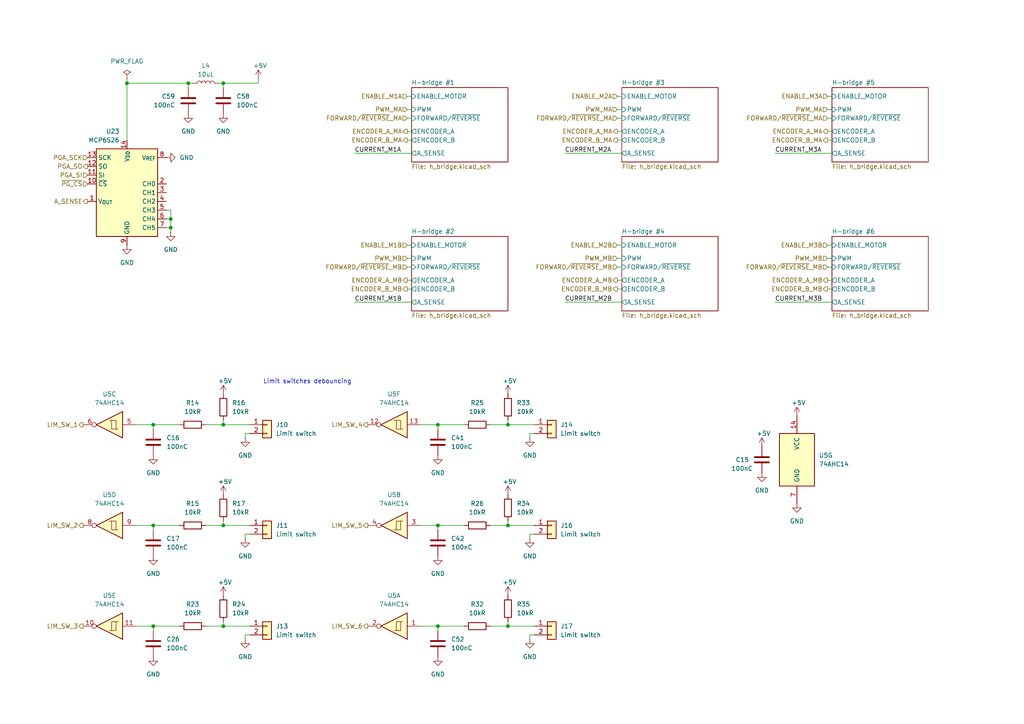
<source format=kicad_sch>
(kicad_sch (version 20250114) (generator "eeschema") (generator_version "9.0")
  (paper "A4")
  (lib_symbols
    (symbol "74xx:74HC14" (pin_names (offset 1.016))
      (property "Reference" "U" (at 0 1.27 0))
      (property "Value" "74HC14" (at 0 -1.27 0))
      (symbol "74HC14_1_0"
        (polyline (pts (xy -3.81 3.81) (xy -3.81 -3.81) (xy 3.81 0) (xy -3.81 3.81)) (stroke (width 0.254)) (fill (type background)))
        (pin input line (at -7.62 0 0) (length 3.81) (name "~") (number "1"))
        (pin output inverted (at 7.62 0 180) (length 3.81) (name "~") (number "2"))
      )
      (symbol "74HC14_1_1"
        (polyline (pts (xy -2.54 -1.27) (xy -0.635 -1.27) (xy -0.635 1.27) (xy 0 1.27)))
        (polyline (pts (xy -1.905 -1.27) (xy -1.905 1.27) (xy -0.635 1.27)))
      )
      (symbol "74HC14_2_0"
        (polyline (pts (xy -3.81 3.81) (xy -3.81 -3.81) (xy 3.81 0) (xy -3.81 3.81)) (stroke (width 0.254)) (fill (type background)))
        (pin input line (at -7.62 0 0) (length 3.81) (name "~") (number "3"))
        (pin output inverted (at 7.62 0 180) (length 3.81) (name "~") (number "4"))
      )
      (symbol "74HC14_2_1"
        (polyline (pts (xy -2.54 -1.27) (xy -0.635 -1.27) (xy -0.635 1.27) (xy 0 1.27)))
        (polyline (pts (xy -1.905 -1.27) (xy -1.905 1.27) (xy -0.635 1.27)))
      )
      (symbol "74HC14_3_0"
        (polyline (pts (xy -3.81 3.81) (xy -3.81 -3.81) (xy 3.81 0) (xy -3.81 3.81)) (stroke (width 0.254)) (fill (type background)))
        (pin input line (at -7.62 0 0) (length 3.81) (name "~") (number "5"))
        (pin output inverted (at 7.62 0 180) (length 3.81) (name "~") (number "6"))
      )
      (symbol "74HC14_3_1"
        (polyline (pts (xy -2.54 -1.27) (xy -0.635 -1.27) (xy -0.635 1.27) (xy 0 1.27)))
        (polyline (pts (xy -1.905 -1.27) (xy -1.905 1.27) (xy -0.635 1.27)))
      )
      (symbol "74HC14_4_0"
        (polyline (pts (xy -3.81 3.81) (xy -3.81 -3.81) (xy 3.81 0) (xy -3.81 3.81)) (stroke (width 0.254)) (fill (type background)))
        (pin input line (at -7.62 0 0) (length 3.81) (name "~") (number "9"))
        (pin output inverted (at 7.62 0 180) (length 3.81) (name "~") (number "8"))
      )
      (symbol "74HC14_4_1"
        (polyline (pts (xy -2.54 -1.27) (xy -0.635 -1.27) (xy -0.635 1.27) (xy 0 1.27)))
        (polyline (pts (xy -1.905 -1.27) (xy -1.905 1.27) (xy -0.635 1.27)))
      )
      (symbol "74HC14_5_0"
        (polyline (pts (xy -3.81 3.81) (xy -3.81 -3.81) (xy 3.81 0) (xy -3.81 3.81)) (stroke (width 0.254)) (fill (type background)))
        (pin input line (at -7.62 0 0) (length 3.81) (name "~") (number "11"))
        (pin output inverted (at 7.62 0 180) (length 3.81) (name "~") (number "10"))
      )
      (symbol "74HC14_5_1"
        (polyline (pts (xy -2.54 -1.27) (xy -0.635 -1.27) (xy -0.635 1.27) (xy 0 1.27)))
        (polyline (pts (xy -1.905 -1.27) (xy -1.905 1.27) (xy -0.635 1.27)))
      )
      (symbol "74HC14_6_0"
        (polyline (pts (xy -3.81 3.81) (xy -3.81 -3.81) (xy 3.81 0) (xy -3.81 3.81)) (stroke (width 0.254)) (fill (type background)))
        (pin input line (at -7.62 0 0) (length 3.81) (name "~") (number "13"))
        (pin output inverted (at 7.62 0 180) (length 3.81) (name "~") (number "12"))
      )
      (symbol "74HC14_6_1"
        (polyline (pts (xy -2.54 -1.27) (xy -0.635 -1.27) (xy -0.635 1.27) (xy 0 1.27)))
        (polyline (pts (xy -1.905 -1.27) (xy -1.905 1.27) (xy -0.635 1.27)))
      )
      (symbol "74HC14_7_0"
        (pin power_in line (at 0 12.7 270) (length 5.08) (name "VCC") (number "14"))
        (pin power_in line (at 0 -12.7 90) (length 5.08) (name "GND") (number "7"))
      )
      (symbol "74HC14_7_1"
        (rectangle (start -5.08 7.62) (end 5.08 -7.62) (stroke (width 0.254)) (fill (type background)))
      )
    )
    (symbol "Analog_custom:MCP6S26"
      (property "Reference" "U" (at -8.89 8.89 0))
      (property "Value" "MCP6S26" (at 7.62 8.89 0))
      (symbol "MCP6S26_0_1"
        (rectangle (start -8.89 7.62) (end 8.89 -17.78) (stroke (width 0.254)) (fill (type background)))
      )
      (symbol "MCP6S26_1_1"
        (pin input line (at -11.43 5.08 0) (length 2.54) (name "V_{REF}") (number "8"))
        (pin input line (at -11.43 -2.54 0) (length 2.54) (name "CH0") (number "2"))
        (pin input line (at -11.43 -5.08 0) (length 2.54) (name "CH1") (number "3"))
        (pin input line (at -11.43 -7.62 0) (length 2.54) (name "CH2") (number "4"))
        (pin input line (at -11.43 -10.16 0) (length 2.54) (name "CH3") (number "5"))
        (pin input line (at -11.43 -12.7 0) (length 2.54) (name "CH4") (number "6"))
        (pin input line (at -11.43 -15.24 0) (length 2.54) (name "CH5") (number "7"))
        (pin power_in line (at 0 10.16 270) (length 2.54) (name "V_{DD}") (number "14"))
        (pin power_in line (at 0 -20.32 90) (length 2.54) (name "GND") (number "9"))
        (pin input line (at 11.43 5.08 180) (length 2.54) (name "SCK") (number "13"))
        (pin output line (at 11.43 2.54 180) (length 2.54) (name "SO") (number "12"))
        (pin input line (at 11.43 0 180) (length 2.54) (name "SI") (number "11"))
        (pin input line (at 11.43 -2.54 180) (length 2.54) (name "~{CS}") (number "10"))
        (pin output line (at 11.43 -7.62 180) (length 2.54) (name "V_{OUT}") (number "1"))
      )
    )
    (symbol "Connector_Generic:Conn_01x02" (pin_names (offset 1.016) (hide yes))
      (property "Reference" "J" (at 0 2.54 0))
      (property "Value" "Conn_01x02" (at 0 -5.08 0))
      (symbol "Conn_01x02_1_1"
        (rectangle (start -1.27 1.27) (end 1.27 -3.81) (stroke (width 0.254)) (fill (type background)))
        (rectangle (start -1.27 0.127) (end 0 -0.127) (stroke (width 0.1524)))
        (rectangle (start -1.27 -2.413) (end 0 -2.667) (stroke (width 0.1524)))
        (pin passive line (at -5.08 0 0) (length 3.81) (name "Pin_1") (number "1"))
        (pin passive line (at -5.08 -2.54 0) (length 3.81) (name "Pin_2") (number "2"))
      )
    )
    (symbol "Device:C" (pin_numbers (hide yes)) (pin_names (offset 0.254))
      (property "Reference" "C" (at 0.635 2.54 0))
      (property "Value" "C" (at 0.635 -2.54 0))
      (symbol "C_0_1"
        (polyline (pts (xy -2.032 0.762) (xy 2.032 0.762)) (stroke (width 0.508)))
        (polyline (pts (xy -2.032 -0.762) (xy 2.032 -0.762)) (stroke (width 0.508)))
      )
      (symbol "C_1_1"
        (pin passive line (at 0 3.81 270) (length 2.794) (name "~") (number "1"))
        (pin passive line (at 0 -3.81 90) (length 2.794) (name "~") (number "2"))
      )
    )
    (symbol "Device:L" (pin_numbers (hide yes)) (pin_names (offset 1.016) (hide yes))
      (property "Reference" "L" (at -1.27 0 90))
      (property "Value" "L" (at 1.905 0 90))
      (symbol "L_0_1"
        (arc (start 0 2.54) (mid 0.6323 1.905) (end 0 1.27))
        (arc (start 0 1.27) (mid 0.6323 0.635) (end 0 0))
        (arc (start 0 0) (mid 0.6323 -0.635) (end 0 -1.27))
        (arc (start 0 -1.27) (mid 0.6323 -1.905) (end 0 -2.54))
      )
      (symbol "L_1_1"
        (pin passive line (at 0 3.81 270) (length 1.27) (name "1") (number "1"))
        (pin passive line (at 0 -3.81 90) (length 1.27) (name "2") (number "2"))
      )
    )
    (symbol "Device:R" (pin_numbers (hide yes)) (pin_names (offset 0))
      (property "Reference" "R" (at 2.032 0 90))
      (property "Value" "R" (at 0 0 90))
      (symbol "R_0_1"
        (rectangle (start -1.016 -2.54) (end 1.016 2.54) (stroke (width 0.254)))
      )
      (symbol "R_1_1"
        (pin passive line (at 0 3.81 270) (length 1.27) (name "~") (number "1"))
        (pin passive line (at 0 -3.81 90) (length 1.27) (name "~") (number "2"))
      )
    )
    (symbol "power:+5V" (power) (pin_numbers (hide yes)) (pin_names (offset 0) (hide yes))
      (property "Value" "+5V" (at 0 3.556 0))
      (symbol "+5V_0_1"
        (polyline (pts (xy -0.762 1.27) (xy 0 2.54)))
        (polyline (pts (xy 0 2.54) (xy 0.762 1.27)))
        (polyline (pts (xy 0 0) (xy 0 2.54)))
      )
      (symbol "+5V_1_1"
        (pin power_in line (at 0 0 90) (length 0) (name "~") (number "1"))
      )
    )
    (symbol "power:GND" (power) (pin_numbers (hide yes)) (pin_names (offset 0) (hide yes))
      (property "Value" "GND" (at 0 -3.81 0))
      (symbol "GND_0_1"
        (polyline (pts (xy 0 0) (xy 0 -1.27) (xy 1.27 -1.27) (xy 0 -2.54) (xy -1.27 -1.27) (xy 0 -1.27)))
      )
      (symbol "GND_1_1"
        (pin power_in line (at 0 0 270) (length 0) (name "~") (number "1"))
      )
    )
    (symbol "power:PWR_FLAG" (power) (pin_numbers (hide yes)) (pin_names (offset 0) (hide yes))
      (property "Value" "PWR_FLAG" (at 0 3.81 0))
      (symbol "PWR_FLAG_0_0"
        (pin power_out line (at 0 0 90) (length 0) (name "~") (number "1"))
      )
      (symbol "PWR_FLAG_0_1"
        (polyline (pts (xy 0 0) (xy 0 1.27) (xy -1.016 1.905) (xy 0 2.54) (xy 1.016 1.905) (xy 0 1.27)))
      )
    )
  )
  (text "Limit switches debouncing" (at 89.154 110.744 0) (effects (font (size 1.27 1.27))))
  (junction (at 147.32 123.19))
  (junction (at 54.61 24.13))
  (junction (at 44.45 123.19))
  (junction (at 147.32 181.61))
  (junction (at 49.53 66.04))
  (junction (at 64.77 152.4))
  (junction (at 127 181.61))
  (junction (at 36.83 24.13))
  (junction (at 44.45 181.61))
  (junction (at 64.77 24.13))
  (junction (at 49.53 63.5))
  (junction (at 147.32 152.4))
  (junction (at 127 152.4))
  (junction (at 127 123.19))
  (junction (at 64.77 123.19))
  (junction (at 64.77 181.61))
  (junction (at 44.45 152.4))
  (wire (pts (xy 179.07 74.93) (xy 180.34 74.93)))
  (wire (pts (xy 118.11 31.75) (xy 119.38 31.75)))
  (wire (pts (xy 240.03 34.29) (xy 241.3 34.29)))
  (wire (pts (xy 240.03 31.75) (xy 241.3 31.75)))
  (wire (pts (xy 44.45 181.61) (xy 44.45 182.88)))
  (wire (pts (xy 36.83 24.13) (xy 36.83 40.64)))
  (wire (pts (xy 118.11 38.1) (xy 119.38 38.1)))
  (wire (pts (xy 240.03 40.64) (xy 241.3 40.64)))
  (wire (pts (xy 39.37 181.61) (xy 44.45 181.61)))
  (wire (pts (xy 154.94 181.61) (xy 147.32 181.61)))
  (wire (pts (xy 72.39 154.94) (xy 71.12 154.94)))
  (wire (pts (xy 54.61 24.13) (xy 36.83 24.13)))
  (wire (pts (xy 64.77 123.19) (xy 64.77 121.92)))
  (wire (pts (xy 240.03 71.12) (xy 241.3 71.12)))
  (wire (pts (xy 154.94 152.4) (xy 147.32 152.4)))
  (wire (pts (xy 121.92 181.61) (xy 127 181.61)))
  (wire (pts (xy 118.11 77.47) (xy 119.38 77.47)))
  (wire (pts (xy 179.07 34.29) (xy 180.34 34.29)))
  (wire (pts (xy 72.39 123.19) (xy 64.77 123.19)))
  (wire (pts (xy 240.03 38.1) (xy 241.3 38.1)))
  (wire (pts (xy 127 181.61) (xy 134.62 181.61)))
  (wire (pts (xy 72.39 184.15) (xy 71.12 184.15)))
  (wire (pts (xy 71.12 154.94) (xy 71.12 156.21)))
  (wire (pts (xy 64.77 181.61) (xy 64.77 180.34)))
  (wire (pts (xy 147.32 152.4) (xy 147.32 151.13)))
  (wire (pts (xy 49.53 60.96) (xy 49.53 63.5)))
  (wire (pts (xy 179.07 81.28) (xy 180.34 81.28)))
  (wire (pts (xy 72.39 181.61) (xy 64.77 181.61)))
  (wire (pts (xy 118.11 40.64) (xy 119.38 40.64)))
  (wire (pts (xy 153.67 184.15) (xy 153.67 185.42)))
  (wire (pts (xy 240.03 77.47) (xy 241.3 77.47)))
  (wire (pts (xy 121.92 123.19) (xy 127 123.19)))
  (wire (pts (xy 39.37 123.19) (xy 44.45 123.19)))
  (wire (pts (xy 54.61 24.13) (xy 55.88 24.13)))
  (wire (pts (xy 179.07 77.47) (xy 180.34 77.47)))
  (wire (pts (xy 153.67 125.73) (xy 153.67 127)))
  (wire (pts (xy 118.11 81.28) (xy 119.38 81.28)))
  (wire (pts (xy 59.69 152.4) (xy 64.77 152.4)))
  (wire (pts (xy 49.53 63.5) (xy 49.53 66.04)))
  (wire (pts (xy 142.24 123.19) (xy 147.32 123.19)))
  (wire (pts (xy 74.93 22.86) (xy 74.93 24.13)))
  (wire (pts (xy 39.37 152.4) (xy 44.45 152.4)))
  (wire (pts (xy 64.77 24.13) (xy 64.77 25.4)))
  (wire (pts (xy 240.03 81.28) (xy 241.3 81.28)))
  (wire (pts (xy 240.03 27.94) (xy 241.3 27.94)))
  (wire (pts (xy 72.39 152.4) (xy 64.77 152.4)))
  (wire (pts (xy 163.83 44.45) (xy 180.34 44.45)))
  (wire (pts (xy 59.69 181.61) (xy 64.77 181.61)))
  (wire (pts (xy 48.26 66.04) (xy 49.53 66.04)))
  (wire (pts (xy 179.07 40.64) (xy 180.34 40.64)))
  (wire (pts (xy 36.83 22.86) (xy 36.83 24.13)))
  (wire (pts (xy 154.94 123.19) (xy 147.32 123.19)))
  (wire (pts (xy 121.92 152.4) (xy 127 152.4)))
  (wire (pts (xy 127 123.19) (xy 134.62 123.19)))
  (wire (pts (xy 49.53 66.04) (xy 49.53 67.31)))
  (wire (pts (xy 118.11 34.29) (xy 119.38 34.29)))
  (wire (pts (xy 71.12 184.15) (xy 71.12 185.42)))
  (wire (pts (xy 127 152.4) (xy 134.62 152.4)))
  (wire (pts (xy 154.94 184.15) (xy 153.67 184.15)))
  (wire (pts (xy 118.11 83.82) (xy 119.38 83.82)))
  (wire (pts (xy 240.03 83.82) (xy 241.3 83.82)))
  (wire (pts (xy 63.5 24.13) (xy 64.77 24.13)))
  (wire (pts (xy 179.07 31.75) (xy 180.34 31.75)))
  (wire (pts (xy 102.87 44.45) (xy 119.38 44.45)))
  (wire (pts (xy 72.39 125.73) (xy 71.12 125.73)))
  (wire (pts (xy 44.45 152.4) (xy 44.45 153.67)))
  (wire (pts (xy 224.79 44.45) (xy 241.3 44.45)))
  (wire (pts (xy 127 123.19) (xy 127 124.46)))
  (wire (pts (xy 154.94 125.73) (xy 153.67 125.73)))
  (wire (pts (xy 127 152.4) (xy 127 153.67)))
  (wire (pts (xy 54.61 25.4) (xy 54.61 24.13)))
  (wire (pts (xy 147.32 123.19) (xy 147.32 121.92)))
  (wire (pts (xy 74.93 24.13) (xy 64.77 24.13)))
  (wire (pts (xy 59.69 123.19) (xy 64.77 123.19)))
  (wire (pts (xy 71.12 125.73) (xy 71.12 127)))
  (wire (pts (xy 44.45 123.19) (xy 52.07 123.19)))
  (wire (pts (xy 44.45 152.4) (xy 52.07 152.4)))
  (wire (pts (xy 64.77 152.4) (xy 64.77 151.13)))
  (wire (pts (xy 147.32 181.61) (xy 147.32 180.34)))
  (wire (pts (xy 142.24 152.4) (xy 147.32 152.4)))
  (wire (pts (xy 142.24 181.61) (xy 147.32 181.61)))
  (wire (pts (xy 118.11 71.12) (xy 119.38 71.12)))
  (wire (pts (xy 118.11 74.93) (xy 119.38 74.93)))
  (wire (pts (xy 118.11 27.94) (xy 119.38 27.94)))
  (wire (pts (xy 44.45 123.19) (xy 44.45 124.46)))
  (wire (pts (xy 153.67 154.94) (xy 153.67 156.21)))
  (wire (pts (xy 154.94 154.94) (xy 153.67 154.94)))
  (wire (pts (xy 179.07 71.12) (xy 180.34 71.12)))
  (wire (pts (xy 240.03 74.93) (xy 241.3 74.93)))
  (wire (pts (xy 224.79 87.63) (xy 241.3 87.63)))
  (wire (pts (xy 179.07 27.94) (xy 180.34 27.94)))
  (wire (pts (xy 48.26 60.96) (xy 49.53 60.96)))
  (wire (pts (xy 44.45 181.61) (xy 52.07 181.61)))
  (wire (pts (xy 102.87 87.63) (xy 119.38 87.63)))
  (wire (pts (xy 179.07 83.82) (xy 180.34 83.82)))
  (wire (pts (xy 163.83 87.63) (xy 180.34 87.63)))
  (wire (pts (xy 48.26 63.5) (xy 49.53 63.5)))
  (wire (pts (xy 127 181.61) (xy 127 182.88)))
  (wire (pts (xy 179.07 38.1) (xy 180.34 38.1)))
  (label "CURRENT_M3B" (at 224.79 87.63 0))
  (label "CURRENT_M1B" (at 102.87 87.63 0))
  (label "CURRENT_M1A" (at 102.87 44.45 0))
  (label "CURRENT_M2B" (at 163.83 87.63 0))
  (label "CURRENT_M2A" (at 163.83 44.45 0))
  (label "CURRENT_M3A" (at 224.79 44.45 0))
  (hierarchical_label "FORWARD{slash}~{REVERSE}_MB" (shape input) (at 118.11 77.47 180))
  (hierarchical_label "LIM_SW_4" (shape output) (at 106.68 123.19 180))
  (hierarchical_label "LIM_SW_1" (shape output) (at 24.13 123.19 180))
  (hierarchical_label "PWM_MA" (shape input) (at 179.07 31.75 180))
  (hierarchical_label "LIM_SW_3" (shape output) (at 24.13 181.61 180))
  (hierarchical_label "PWM_MB" (shape input) (at 179.07 74.93 180))
  (hierarchical_label "LIM_SW_6" (shape output) (at 106.68 181.61 180))
  (hierarchical_label "FORWARD{slash}~{REVERSE}_MA" (shape input) (at 240.03 34.29 180))
  (hierarchical_label "ENCODER_A_MB" (shape output) (at 240.03 81.28 180))
  (hierarchical_label "ENCODER_B_MA" (shape output) (at 179.07 40.64 180))
  (hierarchical_label "ENABLE_M3B" (shape input) (at 240.03 71.12 180))
  (hierarchical_label "LIM_SW_5" (shape output) (at 106.68 152.4 180))
  (hierarchical_label "PWM_MA" (shape input) (at 118.11 31.75 180))
  (hierarchical_label "ENABLE_M3A" (shape input) (at 240.03 27.94 180))
  (hierarchical_label "ENCODER_A_MB" (shape output) (at 179.07 81.28 180))
  (hierarchical_label "ENCODER_A_MA" (shape output) (at 118.11 38.1 180))
  (hierarchical_label "FORWARD{slash}~{REVERSE}_MA" (shape input) (at 118.11 34.29 180))
  (hierarchical_label "ENCODER_A_MA" (shape output) (at 179.07 38.1 180))
  (hierarchical_label "ENCODER_B_MA" (shape output) (at 240.03 40.64 180))
  (hierarchical_label "PWM_MB" (shape input) (at 118.11 74.93 180))
  (hierarchical_label "ENCODER_B_MB" (shape output) (at 240.03 83.82 180))
  (hierarchical_label "LIM_SW_2" (shape output) (at 24.13 152.4 180))
  (hierarchical_label "ENABLE_M2A" (shape input) (at 179.07 27.94 180))
  (hierarchical_label "ENCODER_B_MB" (shape output) (at 118.11 83.82 180))
  (hierarchical_label "ENCODER_A_MB" (shape output) (at 118.11 81.28 180))
  (hierarchical_label "FORWARD{slash}~{REVERSE}_MA" (shape input) (at 179.07 34.29 180))
  (hierarchical_label "PWM_MA" (shape input) (at 240.03 31.75 180))
  (hierarchical_label "A_SENSE" (shape output) (at 25.4 58.42 180))
  (hierarchical_label "ENCODER_B_MA" (shape output) (at 118.11 40.64 180))
  (hierarchical_label "ENABLE_M2B" (shape input) (at 179.07 71.12 180))
  (hierarchical_label "FORWARD{slash}~{REVERSE}_MB" (shape input) (at 179.07 77.47 180))
  (hierarchical_label "PWM_MB" (shape input) (at 240.03 74.93 180))
  (hierarchical_label "FORWARD{slash}~{REVERSE}_MB" (shape input) (at 240.03 77.47 180))
  (hierarchical_label "ENCODER_A_MA" (shape output) (at 240.03 38.1 180))
  (hierarchical_label "ENABLE_M1A" (shape input) (at 118.11 27.94 180))
  (hierarchical_label "~{PG_CS}" (shape input) (at 25.4 53.34 180))
  (hierarchical_label "PGA_SCK" (shape input) (at 25.4 45.72 180))
  (hierarchical_label "ENCODER_B_MB" (shape output) (at 179.07 83.82 180))
  (hierarchical_label "PGA_SI" (shape input) (at 25.4 50.8 180))
  (hierarchical_label "PGA_SO" (shape output) (at 25.4 48.26 180))
  (hierarchical_label "ENABLE_M1B" (shape input) (at 118.11 71.12 180))
  (symbol (lib_id "Connector_Generic:Conn_01x02") (at 160.02 152.4 0) (unit 1)
    (property "Reference" "J16" (at 162.56 152.3999 0) (effects (justify left)))
    (property "Value" "Limit switch" (at 162.56 154.9399 0) (effects (justify left)))
    (property "Footprint" "Connector_JST:JST_PH_B2B-PH-K_1x02_P2.00mm_Vertical" (effects (hide yes)))
    (property "Description" "Generic connector, single row, 01x02, script generated (kicad-library-utils/schlib/autogen/connector/)" (effects (hide yes)))
    (property "MPN" "B2B-PH-K-S(LF)(SN)" (effects (hide yes)))
  )
  (symbol (lib_id "Connector_Generic:Conn_01x02") (at 160.02 181.61 0) (unit 1)
    (property "Reference" "J17" (at 162.56 181.6099 0) (effects (justify left)))
    (property "Value" "Limit switch" (at 162.56 184.1499 0) (effects (justify left)))
    (property "Footprint" "Connector_JST:JST_PH_B2B-PH-K_1x02_P2.00mm_Vertical" (effects (hide yes)))
    (property "Description" "Generic connector, single row, 01x02, script generated (kicad-library-utils/schlib/autogen/connector/)" (effects (hide yes)))
    (property "MPN" "B2B-PH-K-S(LF)(SN)" (effects (hide yes)))
  )
  (symbol (lib_id "74xx:74HC14") (at 31.75 123.19 0) (mirror y) (unit 3)
    (property "Reference" "U5" (at 31.75 114.3 0))
    (property "Value" "74AHC14" (at 31.75 116.84 0))
    (property "Footprint" "Package_SO:TSSOP-14_4.4x5mm_P0.65mm" (effects (hide yes)))
    (property "Datasheet" "https://assets.nexperia.com/documents/data-sheet/74AHC_AHCT14.pdf" (effects (hide yes)))
    (property "Description" "Hex inverter schmitt trigger" (effects (hide yes)))
    (property "MPN" "74AHC14PW,118" (effects (hide yes)))
    (property "Status" "OK" (effects (hide yes)))
  )
  (symbol (lib_id "Connector_Generic:Conn_01x02") (at 77.47 181.61 0) (unit 1)
    (property "Reference" "J13" (at 80.01 181.6099 0) (effects (justify left)))
    (property "Value" "Limit switch" (at 80.01 184.1499 0) (effects (justify left)))
    (property "Footprint" "Connector_JST:JST_PH_B2B-PH-K_1x02_P2.00mm_Vertical" (effects (hide yes)))
    (property "Description" "Generic connector, single row, 01x02, script generated (kicad-library-utils/schlib/autogen/connector/)" (effects (hide yes)))
    (property "MPN" "B2B-PH-K-S(LF)(SN)" (effects (hide yes)))
  )
  (symbol (lib_id "power:+5V") (at 231.14 120.65 0) (mirror y) (unit 1)
    (property "Reference" "#PWR0161" (effects (hide yes)))
    (property "Value" "+5V" (at 233.68 116.84 0) (effects (justify left)))
  )
  (symbol (lib_id "power:+5V") (at 64.77 114.3 0) (mirror y) (unit 1)
    (property "Reference" "#PWR0150" (effects (hide yes)))
    (property "Value" "+5V" (at 67.31 110.49 0) (effects (justify left)))
  )
  (symbol (lib_id "Connector_Generic:Conn_01x02") (at 160.02 123.19 0) (unit 1)
    (property "Reference" "J14" (at 162.56 123.1899 0) (effects (justify left)))
    (property "Value" "Limit switch" (at 162.56 125.7299 0) (effects (justify left)))
    (property "Footprint" "Connector_JST:JST_PH_B2B-PH-K_1x02_P2.00mm_Vertical" (effects (hide yes)))
    (property "Description" "Generic connector, single row, 01x02, script generated (kicad-library-utils/schlib/autogen/connector/)" (effects (hide yes)))
    (property "MPN" "B2B-PH-K-S(LF)(SN)" (effects (hide yes)))
  )
  (symbol (lib_id "Device:L") (at 59.69 24.13 270) (mirror x) (unit 1)
    (property "Reference" "L4" (at 59.69 19.05 90))
    (property "Value" "10uL" (at 59.69 21.59 90))
    (property "Footprint" "Inductor_SMD:L_0805_2012Metric" (effects (hide yes)))
    (property "Datasheet" "https://www.lcsc.com/datasheet/lcsc_datasheet_2304140030_Murata-Electronics-LQM21FN100M80L_C162582.pdf" (effects (hide yes)))
    (property "Description" "Inductor" (effects (hide yes)))
    (property "Status" "OK" (effects (hide yes)))
    (property "MPN" "LQM21FN100M80L" (effects (hide yes)))
  )
  (symbol (lib_id "power:GND") (at 44.45 190.5 0) (unit 1)
    (property "Reference" "#PWR040" (effects (hide yes)))
    (property "Value" "GND" (at 44.45 195.58 0))
    (property "Description" "Power symbol creates a global label with name \"GND\" , ground" (effects (hide yes)))
  )
  (symbol (lib_id "Device:R") (at 138.43 123.19 90) (unit 1)
    (property "Reference" "R25" (at 138.43 116.84 90))
    (property "Value" "10kR" (at 138.43 119.38 90))
    (property "Footprint" "Resistor_SMD:R_0805_2012Metric" (effects (hide yes)))
    (property "Datasheet" "https://www.lcsc.com/datasheet/lcsc_datasheet_1810171610_YAGEO-RC0805JR-0710KL_C100047.pdf" (effects (hide yes)))
    (property "Description" "Resistor" (effects (hide yes)))
    (property "MPN" "RC0805JR-0710KL" (effects (hide yes)))
    (property "Status" "OK" (effects (hide yes)))
  )
  (symbol (lib_id "Device:C") (at 64.77 29.21 0) (unit 1)
    (property "Reference" "C58" (at 68.58 27.9399 0) (effects (justify left)))
    (property "Value" "100nC" (at 68.58 30.4799 0) (effects (justify left)))
    (property "Footprint" "Capacitor_SMD:C_0805_2012Metric" (effects (hide yes)))
    (property "Datasheet" "https://www.lcsc.com/datasheet/lcsc_datasheet_2304140030_KEMET-C0805F104K5RACAUTO_C141162.pdf" (effects (hide yes)))
    (property "Description" "Unpolarized capacitor" (effects (hide yes)))
    (property "MPN" "C0805F104K5RACAUTO" (effects (hide yes)))
    (property "Status" "OK" (effects (hide yes)))
  )
  (symbol (lib_id "power:+5V") (at 74.93 22.86 0) (mirror y) (unit 1)
    (property "Reference" "#PWR0272" (effects (hide yes)))
    (property "Value" "+5V" (at 77.47 19.05 0) (effects (justify left)))
  )
  (symbol (lib_id "74xx:74HC14") (at 231.14 133.35 0) (unit 7)
    (property "Reference" "U5" (at 237.49 132.0799 0) (effects (justify left)))
    (property "Value" "74AHC14" (at 237.49 134.6199 0) (effects (justify left)))
    (property "Footprint" "Package_SO:TSSOP-14_4.4x5mm_P0.65mm" (effects (hide yes)))
    (property "Datasheet" "https://assets.nexperia.com/documents/data-sheet/74AHC_AHCT14.pdf" (effects (hide yes)))
    (property "Description" "Hex inverter schmitt trigger" (effects (hide yes)))
    (property "MPN" "74AHC14PW,118" (effects (hide yes)))
    (property "Status" "OK" (effects (hide yes)))
  )
  (symbol (lib_id "power:+5V") (at 220.98 129.54 0) (mirror y) (unit 1)
    (property "Reference" "#PWR0162" (effects (hide yes)))
    (property "Value" "+5V" (at 223.52 125.73 0) (effects (justify left)))
  )
  (symbol (lib_id "Device:C") (at 220.98 133.35 0) (unit 1)
    (property "Reference" "C15" (at 213.36 133.35 0) (effects (justify left)))
    (property "Value" "100nC" (at 212.09 135.89 0) (effects (justify left)))
    (property "Footprint" "Capacitor_SMD:C_0805_2012Metric" (effects (hide yes)))
    (property "Datasheet" "https://www.lcsc.com/datasheet/lcsc_datasheet_2304140030_KEMET-C0805F104K5RACAUTO_C141162.pdf" (effects (hide yes)))
    (property "MPN" "C0805F104K5RACAUTO" (effects (hide yes)))
    (property "Status" "OK" (effects (hide yes)))
  )
  (symbol (lib_id "power:+5V") (at 147.32 143.51 0) (mirror y) (unit 1)
    (property "Reference" "#PWR059" (effects (hide yes)))
    (property "Value" "+5V" (at 149.86 139.7 0) (effects (justify left)))
  )
  (symbol (lib_id "Device:R") (at 55.88 152.4 90) (unit 1)
    (property "Reference" "R15" (at 55.88 146.05 90))
    (property "Value" "10kR" (at 55.88 148.59 90))
    (property "Footprint" "Resistor_SMD:R_0805_2012Metric" (effects (hide yes)))
    (property "Datasheet" "https://www.lcsc.com/datasheet/lcsc_datasheet_1810171610_YAGEO-RC0805JR-0710KL_C100047.pdf" (effects (hide yes)))
    (property "Description" "Resistor" (effects (hide yes)))
    (property "MPN" "RC0805JR-0710KL" (effects (hide yes)))
    (property "Status" "OK" (effects (hide yes)))
  )
  (symbol (lib_id "Device:C") (at 44.45 186.69 0) (unit 1)
    (property "Reference" "C26" (at 48.26 185.4199 0) (effects (justify left)))
    (property "Value" "100nC" (at 48.26 187.9599 0) (effects (justify left)))
    (property "Footprint" "Capacitor_SMD:C_0805_2012Metric" (effects (hide yes)))
    (property "Datasheet" "https://www.lcsc.com/datasheet/lcsc_datasheet_2304140030_KEMET-C0805F104K5RACAUTO_C141162.pdf" (effects (hide yes)))
    (property "Description" "Unpolarized capacitor" (effects (hide yes)))
    (property "MPN" "C0805F104K5RACAUTO" (effects (hide yes)))
    (property "Status" "OK" (effects (hide yes)))
  )
  (symbol (lib_id "power:GND") (at 220.98 137.16 0) (unit 1)
    (property "Reference" "#PWR0163" (effects (hide yes)))
    (property "Value" "GND" (at 220.98 142.24 0))
    (property "Description" "Power symbol creates a global label with name \"GND\" , ground" (effects (hide yes)))
  )
  (symbol (lib_id "Device:R") (at 64.77 176.53 180) (unit 1)
    (property "Reference" "R24" (at 67.31 175.2599 0) (effects (justify right)))
    (property "Value" "10kR" (at 67.31 177.7999 0) (effects (justify right)))
    (property "Footprint" "Resistor_SMD:R_0805_2012Metric" (effects (hide yes)))
    (property "Datasheet" "https://www.lcsc.com/datasheet/lcsc_datasheet_1810171610_YAGEO-RC0805JR-0710KL_C100047.pdf" (effects (hide yes)))
    (property "Description" "Resistor" (effects (hide yes)))
    (property "MPN" "RC0805JR-0710KL" (effects (hide yes)))
    (property "Status" "OK" (effects (hide yes)))
  )
  (symbol (lib_id "power:GND") (at 44.45 132.08 0) (unit 1)
    (property "Reference" "#PWR0148" (effects (hide yes)))
    (property "Value" "GND" (at 44.45 137.16 0))
    (property "Description" "Power symbol creates a global label with name \"GND\" , ground" (effects (hide yes)))
  )
  (symbol (lib_id "power:GND") (at 36.83 71.12 0) (unit 1)
    (property "Reference" "#PWR0275" (effects (hide yes)))
    (property "Value" "GND" (at 36.83 76.2 0))
    (property "Description" "Power symbol creates a global label with name \"GND\" , ground" (effects (hide yes)))
  )
  (symbol (lib_id "power:GND") (at 127 190.5 0) (unit 1)
    (property "Reference" "#PWR056" (effects (hide yes)))
    (property "Value" "GND" (at 127 195.58 0))
    (property "Description" "Power symbol creates a global label with name \"GND\" , ground" (effects (hide yes)))
  )
  (symbol (lib_id "power:+5V") (at 64.77 143.51 0) (mirror y) (unit 1)
    (property "Reference" "#PWR0149" (effects (hide yes)))
    (property "Value" "+5V" (at 67.31 139.7 0) (effects (justify left)))
  )
  (symbol (lib_id "74xx:74HC14") (at 31.75 181.61 180) (unit 5)
    (property "Reference" "U5" (at 31.75 172.72 0))
    (property "Value" "74AHC14" (at 31.75 175.26 0))
    (property "Footprint" "Package_SO:TSSOP-14_4.4x5mm_P0.65mm" (effects (hide yes)))
    (property "Datasheet" "https://assets.nexperia.com/documents/data-sheet/74AHC_AHCT14.pdf" (effects (hide yes)))
    (property "Description" "Hex inverter schmitt trigger" (effects (hide yes)))
    (property "MPN" "74AHC14PW,118" (effects (hide yes)))
    (property "Status" "OK" (effects (hide yes)))
  )
  (symbol (lib_id "power:GND") (at 71.12 127 0) (unit 1)
    (property "Reference" "#PWR0151" (effects (hide yes)))
    (property "Value" "GND" (at 71.12 132.08 0))
    (property "Description" "Power symbol creates a global label with name \"GND\" , ground" (effects (hide yes)))
  )
  (symbol (lib_id "power:GND") (at 231.14 146.05 0) (mirror y) (unit 1)
    (property "Reference" "#PWR0164" (effects (hide yes)))
    (property "Value" "GND" (at 231.14 151.13 0))
    (property "Description" "Power symbol creates a global label with name \"GND\" , ground" (effects (hide yes)))
  )
  (symbol (lib_id "Device:R") (at 64.77 147.32 180) (unit 1)
    (property "Reference" "R17" (at 67.31 146.0499 0) (effects (justify right)))
    (property "Value" "10kR" (at 67.31 148.5899 0) (effects (justify right)))
    (property "Footprint" "Resistor_SMD:R_0805_2012Metric" (effects (hide yes)))
    (property "Datasheet" "https://www.lcsc.com/datasheet/lcsc_datasheet_1810171610_YAGEO-RC0805JR-0710KL_C100047.pdf" (effects (hide yes)))
    (property "Description" "Resistor" (effects (hide yes)))
    (property "MPN" "RC0805JR-0710KL" (effects (hide yes)))
    (property "Status" "OK" (effects (hide yes)))
  )
  (symbol (lib_id "power:GND") (at 127 161.29 0) (unit 1)
    (property "Reference" "#PWR055" (effects (hide yes)))
    (property "Value" "GND" (at 127 166.37 0))
    (property "Description" "Power symbol creates a global label with name \"GND\" , ground" (effects (hide yes)))
  )
  (symbol (lib_id "Connector_Generic:Conn_01x02") (at 77.47 152.4 0) (unit 1)
    (property "Reference" "J11" (at 80.01 152.3999 0) (effects (justify left)))
    (property "Value" "Limit switch" (at 80.01 154.9399 0) (effects (justify left)))
    (property "Footprint" "Connector_JST:JST_PH_B2B-PH-K_1x02_P2.00mm_Vertical" (effects (hide yes)))
    (property "Description" "Generic connector, single row, 01x02, script generated (kicad-library-utils/schlib/autogen/connector/)" (effects (hide yes)))
    (property "MPN" "B2B-PH-K-S(LF)(SN)" (effects (hide yes)))
  )
  (symbol (lib_id "Device:R") (at 55.88 123.19 90) (unit 1)
    (property "Reference" "R14" (at 55.88 116.84 90))
    (property "Value" "10kR" (at 55.88 119.38 90))
    (property "Footprint" "Resistor_SMD:R_0805_2012Metric" (effects (hide yes)))
    (property "Datasheet" "https://www.lcsc.com/datasheet/lcsc_datasheet_1810171610_YAGEO-RC0805JR-0710KL_C100047.pdf" (effects (hide yes)))
    (property "Description" "Resistor" (effects (hide yes)))
    (property "MPN" "RC0805JR-0710KL" (effects (hide yes)))
    (property "Status" "OK" (effects (hide yes)))
  )
  (symbol (lib_id "power:GND") (at 153.67 185.42 0) (unit 1)
    (property "Reference" "#PWR095" (effects (hide yes)))
    (property "Value" "GND" (at 153.67 190.5 0))
    (property "Description" "Power symbol creates a global label with name \"GND\" , ground" (effects (hide yes)))
  )
  (symbol (lib_id "Device:R") (at 147.32 147.32 180) (unit 1)
    (property "Reference" "R34" (at 149.86 146.0499 0) (effects (justify right)))
    (property "Value" "10kR" (at 149.86 148.5899 0) (effects (justify right)))
    (property "Footprint" "Resistor_SMD:R_0805_2012Metric" (effects (hide yes)))
    (property "Datasheet" "https://www.lcsc.com/datasheet/lcsc_datasheet_1810171610_YAGEO-RC0805JR-0710KL_C100047.pdf" (effects (hide yes)))
    (property "Description" "Resistor" (effects (hide yes)))
    (property "MPN" "RC0805JR-0710KL" (effects (hide yes)))
    (property "Status" "OK" (effects (hide yes)))
  )
  (symbol (lib_id "74xx:74HC14") (at 114.3 123.19 0) (mirror y) (unit 6)
    (property "Reference" "U5" (at 114.3 114.3 0))
    (property "Value" "74AHC14" (at 114.3 116.84 0))
    (property "Footprint" "Package_SO:TSSOP-14_4.4x5mm_P0.65mm" (effects (hide yes)))
    (property "Datasheet" "https://assets.nexperia.com/documents/data-sheet/74AHC_AHCT14.pdf" (effects (hide yes)))
    (property "Description" "Hex inverter schmitt trigger" (effects (hide yes)))
    (property "MPN" "74AHC14PW,118" (effects (hide yes)))
    (property "Status" "OK" (effects (hide yes)))
  )
  (symbol (lib_id "power:GND") (at 127 132.08 0) (unit 1)
    (property "Reference" "#PWR043" (effects (hide yes)))
    (property "Value" "GND" (at 127 137.16 0))
    (property "Description" "Power symbol creates a global label with name \"GND\" , ground" (effects (hide yes)))
  )
  (symbol (lib_id "Device:C") (at 44.45 157.48 0) (unit 1)
    (property "Reference" "C17" (at 48.26 156.2099 0) (effects (justify left)))
    (property "Value" "100nC" (at 48.26 158.7499 0) (effects (justify left)))
    (property "Footprint" "Capacitor_SMD:C_0805_2012Metric" (effects (hide yes)))
    (property "Datasheet" "https://www.lcsc.com/datasheet/lcsc_datasheet_2304140030_KEMET-C0805F104K5RACAUTO_C141162.pdf" (effects (hide yes)))
    (property "Description" "Unpolarized capacitor" (effects (hide yes)))
    (property "MPN" "C0805F104K5RACAUTO" (effects (hide yes)))
    (property "Status" "OK" (effects (hide yes)))
  )
  (symbol (lib_id "74xx:74HC14") (at 31.75 152.4 0) (mirror y) (unit 4)
    (property "Reference" "U5" (at 31.75 143.51 0))
    (property "Value" "74AHC14" (at 31.75 146.05 0))
    (property "Footprint" "Package_SO:TSSOP-14_4.4x5mm_P0.65mm" (effects (hide yes)))
    (property "Datasheet" "https://assets.nexperia.com/documents/data-sheet/74AHC_AHCT14.pdf" (effects (hide yes)))
    (property "Description" "Hex inverter schmitt trigger" (effects (hide yes)))
    (property "MPN" "74AHC14PW,118" (effects (hide yes)))
    (property "Status" "OK" (effects (hide yes)))
  )
  (symbol (lib_id "power:GND") (at 153.67 156.21 0) (unit 1)
    (property "Reference" "#PWR094" (effects (hide yes)))
    (property "Value" "GND" (at 153.67 161.29 0))
    (property "Description" "Power symbol creates a global label with name \"GND\" , ground" (effects (hide yes)))
  )
  (symbol (lib_id "Device:R") (at 55.88 181.61 90) (unit 1)
    (property "Reference" "R23" (at 55.88 175.26 90))
    (property "Value" "10kR" (at 55.88 177.8 90))
    (property "Footprint" "Resistor_SMD:R_0805_2012Metric" (effects (hide yes)))
    (property "Datasheet" "https://www.lcsc.com/datasheet/lcsc_datasheet_1810171610_YAGEO-RC0805JR-0710KL_C100047.pdf" (effects (hide yes)))
    (property "Description" "Resistor" (effects (hide yes)))
    (property "MPN" "RC0805JR-0710KL" (effects (hide yes)))
    (property "Status" "OK" (effects (hide yes)))
  )
  (symbol (lib_id "power:+5V") (at 147.32 172.72 0) (mirror y) (unit 1)
    (property "Reference" "#PWR061" (effects (hide yes)))
    (property "Value" "+5V" (at 149.86 168.91 0) (effects (justify left)))
  )
  (symbol (lib_id "Device:R") (at 147.32 118.11 180) (unit 1)
    (property "Reference" "R33" (at 149.86 116.8399 0) (effects (justify right)))
    (property "Value" "10kR" (at 149.86 119.3799 0) (effects (justify right)))
    (property "Footprint" "Resistor_SMD:R_0805_2012Metric" (effects (hide yes)))
    (property "Datasheet" "https://www.lcsc.com/datasheet/lcsc_datasheet_1810171610_YAGEO-RC0805JR-0710KL_C100047.pdf" (effects (hide yes)))
    (property "Description" "Resistor" (effects (hide yes)))
    (property "MPN" "RC0805JR-0710KL" (effects (hide yes)))
    (property "Status" "OK" (effects (hide yes)))
  )
  (symbol (lib_id "power:PWR_FLAG") (at 36.83 22.86 0) (unit 1)
    (property "Reference" "#FLG0109" (effects (hide yes)))
    (property "Value" "PWR_FLAG" (at 36.83 17.78 0))
    (property "Description" "Special symbol for telling ERC where power comes from" (effects (hide yes)))
  )
  (symbol (lib_id "74xx:74HC14") (at 114.3 181.61 180) (unit 1)
    (property "Reference" "U5" (at 114.3 172.72 0))
    (property "Value" "74AHC14" (at 114.3 175.26 0))
    (property "Footprint" "Package_SO:TSSOP-14_4.4x5mm_P0.65mm" (effects (hide yes)))
    (property "Datasheet" "https://assets.nexperia.com/documents/data-sheet/74AHC_AHCT14.pdf" (effects (hide yes)))
    (property "Description" "Hex inverter schmitt trigger" (effects (hide yes)))
    (property "MPN" "74AHC14PW,118" (effects (hide yes)))
    (property "Status" "OK" (effects (hide yes)))
  )
  (symbol (lib_id "Device:C") (at 44.45 128.27 0) (unit 1)
    (property "Reference" "C16" (at 48.26 126.9999 0) (effects (justify left)))
    (property "Value" "100nC" (at 48.26 129.5399 0) (effects (justify left)))
    (property "Footprint" "Capacitor_SMD:C_0805_2012Metric" (effects (hide yes)))
    (property "Datasheet" "https://www.lcsc.com/datasheet/lcsc_datasheet_2304140030_KEMET-C0805F104K5RACAUTO_C141162.pdf" (effects (hide yes)))
    (property "Description" "Unpolarized capacitor" (effects (hide yes)))
    (property "MPN" "C0805F104K5RACAUTO" (effects (hide yes)))
    (property "Status" "OK" (effects (hide yes)))
  )
  (symbol (lib_id "Device:C") (at 127 157.48 0) (unit 1)
    (property "Reference" "C42" (at 130.81 156.2099 0) (effects (justify left)))
    (property "Value" "100nC" (at 130.81 158.7499 0) (effects (justify left)))
    (property "Footprint" "Capacitor_SMD:C_0805_2012Metric" (effects (hide yes)))
    (property "Datasheet" "https://www.lcsc.com/datasheet/lcsc_datasheet_2304140030_KEMET-C0805F104K5RACAUTO_C141162.pdf" (effects (hide yes)))
    (property "Description" "Unpolarized capacitor" (effects (hide yes)))
    (property "MPN" "C0805F104K5RACAUTO" (effects (hide yes)))
    (property "Status" "OK" (effects (hide yes)))
  )
  (symbol (lib_id "Device:C") (at 127 186.69 0) (unit 1)
    (property "Reference" "C52" (at 130.81 185.4199 0) (effects (justify left)))
    (property "Value" "100nC" (at 130.81 187.9599 0) (effects (justify left)))
    (property "Footprint" "Capacitor_SMD:C_0805_2012Metric" (effects (hide yes)))
    (property "Datasheet" "https://www.lcsc.com/datasheet/lcsc_datasheet_2304140030_KEMET-C0805F104K5RACAUTO_C141162.pdf" (effects (hide yes)))
    (property "Description" "Unpolarized capacitor" (effects (hide yes)))
    (property "MPN" "C0805F104K5RACAUTO" (effects (hide yes)))
    (property "Status" "OK" (effects (hide yes)))
  )
  (symbol (lib_id "Connector_Generic:Conn_01x02") (at 77.47 123.19 0) (unit 1)
    (property "Reference" "J10" (at 80.01 123.1899 0) (effects (justify left)))
    (property "Value" "Limit switch" (at 80.01 125.7299 0) (effects (justify left)))
    (property "Footprint" "Connector_JST:JST_PH_B2B-PH-K_1x02_P2.00mm_Vertical" (effects (hide yes)))
    (property "Description" "Generic connector, single row, 01x02, script generated (kicad-library-utils/schlib/autogen/connector/)" (effects (hide yes)))
    (property "MPN" "B2B-PH-K-S(LF)(SN)" (effects (hide yes)))
  )
  (symbol (lib_id "power:GND") (at 64.77 33.02 0) (unit 1)
    (property "Reference" "#PWR0271" (effects (hide yes)))
    (property "Value" "GND" (at 64.77 38.1 0))
    (property "Description" "Power symbol creates a global label with name \"GND\" , ground" (effects (hide yes)))
  )
  (symbol (lib_id "power:GND") (at 71.12 156.21 0) (unit 1)
    (property "Reference" "#PWR0155" (effects (hide yes)))
    (property "Value" "GND" (at 71.12 161.29 0))
    (property "Description" "Power symbol creates a global label with name \"GND\" , ground" (effects (hide yes)))
  )
  (symbol (lib_id "Analog_custom:MCP6S26") (at 36.83 50.8 0) (mirror y) (unit 1)
    (property "Reference" "U23" (at 34.6867 38.1 0) (effects (justify left)))
    (property "Value" "MCP6S26" (at 34.6867 40.64 0) (effects (justify left)))
    (property "Footprint" "Package_SO:SOIC-14_3.9x8.7mm_P1.27mm" (effects (hide yes)))
    (property "Datasheet" "https://ww1.microchip.com/downloads/aemDocuments/documents/MSLD/ProductDocuments/DataSheets/21117B.pdf" (effects (hide yes)))
    (property "Description" "Single-Ended, Rail-to-Rail I/O, Low Gain PGA" (effects (hide yes)))
    (property "MPN" "MCP6S26-I/SL" (effects (hide yes)))
    (property "Status" "OK" (effects (hide yes)))
  )
  (symbol (lib_id "power:+5V") (at 64.77 172.72 0) (mirror y) (unit 1)
    (property "Reference" "#PWR041" (effects (hide yes)))
    (property "Value" "+5V" (at 67.31 168.91 0) (effects (justify left)))
  )
  (symbol (lib_id "74xx:74HC14") (at 114.3 152.4 180) (unit 2)
    (property "Reference" "U5" (at 114.3 143.51 0))
    (property "Value" "74AHC14" (at 114.3 146.05 0))
    (property "Footprint" "Package_SO:TSSOP-14_4.4x5mm_P0.65mm" (effects (hide yes)))
    (property "Datasheet" "https://assets.nexperia.com/documents/data-sheet/74AHC_AHCT14.pdf" (effects (hide yes)))
    (property "Description" "Hex inverter schmitt trigger" (effects (hide yes)))
    (property "MPN" "74AHC14PW,118" (effects (hide yes)))
    (property "Status" "OK" (effects (hide yes)))
  )
  (symbol (lib_id "power:GND") (at 44.45 161.29 0) (unit 1)
    (property "Reference" "#PWR0156" (effects (hide yes)))
    (property "Value" "GND" (at 44.45 166.37 0))
    (property "Description" "Power symbol creates a global label with name \"GND\" , ground" (effects (hide yes)))
  )
  (symbol (lib_id "Device:C") (at 127 128.27 0) (unit 1)
    (property "Reference" "C41" (at 130.81 126.9999 0) (effects (justify left)))
    (property "Value" "100nC" (at 130.81 129.5399 0) (effects (justify left)))
    (property "Footprint" "Capacitor_SMD:C_0805_2012Metric" (effects (hide yes)))
    (property "Datasheet" "https://www.lcsc.com/datasheet/lcsc_datasheet_2304140030_KEMET-C0805F104K5RACAUTO_C141162.pdf" (effects (hide yes)))
    (property "Description" "Unpolarized capacitor" (effects (hide yes)))
    (property "MPN" "C0805F104K5RACAUTO" (effects (hide yes)))
    (property "Status" "OK" (effects (hide yes)))
  )
  (symbol (lib_id "Device:R") (at 147.32 176.53 180) (unit 1)
    (property "Reference" "R35" (at 149.86 175.2599 0) (effects (justify right)))
    (property "Value" "10kR" (at 149.86 177.7999 0) (effects (justify right)))
    (property "Footprint" "Resistor_SMD:R_0805_2012Metric" (effects (hide yes)))
    (property "Datasheet" "https://www.lcsc.com/datasheet/lcsc_datasheet_1810171610_YAGEO-RC0805JR-0710KL_C100047.pdf" (effects (hide yes)))
    (property "Description" "Resistor" (effects (hide yes)))
    (property "MPN" "RC0805JR-0710KL" (effects (hide yes)))
    (property "Status" "OK" (effects (hide yes)))
  )
  (symbol (lib_id "power:GND") (at 48.26 45.72 90) (unit 1)
    (property "Reference" "#PWR0273" (effects (hide yes)))
    (property "Value" "GND" (at 52.07 45.7199 90) (effects (justify right)))
    (property "Description" "Power symbol creates a global label with name \"GND\" , ground" (effects (hide yes)))
  )
  (symbol (lib_id "power:GND") (at 71.12 185.42 0) (unit 1)
    (property "Reference" "#PWR042" (effects (hide yes)))
    (property "Value" "GND" (at 71.12 190.5 0))
    (property "Description" "Power symbol creates a global label with name \"GND\" , ground" (effects (hide yes)))
  )
  (symbol (lib_id "power:GND") (at 49.53 67.31 0) (unit 1)
    (property "Reference" "#PWR0276" (effects (hide yes)))
    (property "Value" "GND" (at 49.53 72.39 0))
    (property "Description" "Power symbol creates a global label with name \"GND\" , ground" (effects (hide yes)))
  )
  (symbol (lib_id "Device:R") (at 64.77 118.11 180) (unit 1)
    (property "Reference" "R16" (at 67.31 116.8399 0) (effects (justify right)))
    (property "Value" "10kR" (at 67.31 119.3799 0) (effects (justify right)))
    (property "Footprint" "Resistor_SMD:R_0805_2012Metric" (effects (hide yes)))
    (property "Datasheet" "https://www.lcsc.com/datasheet/lcsc_datasheet_1810171610_YAGEO-RC0805JR-0710KL_C100047.pdf" (effects (hide yes)))
    (property "Description" "Resistor" (effects (hide yes)))
    (property "MPN" "RC0805JR-0710KL" (effects (hide yes)))
    (property "Status" "OK" (effects (hide yes)))
  )
  (symbol (lib_id "Device:R") (at 138.43 181.61 90) (unit 1)
    (property "Reference" "R32" (at 138.43 175.26 90))
    (property "Value" "10kR" (at 138.43 177.8 90))
    (property "Footprint" "Resistor_SMD:R_0805_2012Metric" (effects (hide yes)))
    (property "Datasheet" "https://www.lcsc.com/datasheet/lcsc_datasheet_1810171610_YAGEO-RC0805JR-0710KL_C100047.pdf" (effects (hide yes)))
    (property "Description" "Resistor" (effects (hide yes)))
    (property "MPN" "RC0805JR-0710KL" (effects (hide yes)))
    (property "Status" "OK" (effects (hide yes)))
  )
  (symbol (lib_id "Device:C") (at 54.61 29.21 0) (mirror y) (unit 1)
    (property "Reference" "C59" (at 50.8 27.9399 0) (effects (justify left)))
    (property "Value" "100nC" (at 50.8 30.4799 0) (effects (justify left)))
    (property "Footprint" "Capacitor_SMD:C_0805_2012Metric" (effects (hide yes)))
    (property "Datasheet" "https://www.lcsc.com/datasheet/lcsc_datasheet_2304140030_KEMET-C0805F104K5RACAUTO_C141162.pdf" (effects (hide yes)))
    (property "Description" "Unpolarized capacitor" (effects (hide yes)))
    (property "MPN" "C0805F104K5RACAUTO" (effects (hide yes)))
    (property "Status" "OK" (effects (hide yes)))
  )
  (symbol (lib_id "power:GND") (at 153.67 127 0) (unit 1)
    (property "Reference" "#PWR062" (effects (hide yes)))
    (property "Value" "GND" (at 153.67 132.08 0))
    (property "Description" "Power symbol creates a global label with name \"GND\" , ground" (effects (hide yes)))
  )
  (symbol (lib_id "power:+5V") (at 147.32 114.3 0) (mirror y) (unit 1)
    (property "Reference" "#PWR058" (effects (hide yes)))
    (property "Value" "+5V" (at 149.86 110.49 0) (effects (justify left)))
  )
  (symbol (lib_id "Device:R") (at 138.43 152.4 90) (unit 1)
    (property "Reference" "R26" (at 138.43 146.05 90))
    (property "Value" "10kR" (at 138.43 148.59 90))
    (property "Footprint" "Resistor_SMD:R_0805_2012Metric" (effects (hide yes)))
    (property "Datasheet" "https://www.lcsc.com/datasheet/lcsc_datasheet_1810171610_YAGEO-RC0805JR-0710KL_C100047.pdf" (effects (hide yes)))
    (property "Description" "Resistor" (effects (hide yes)))
    (property "MPN" "RC0805JR-0710KL" (effects (hide yes)))
    (property "Status" "OK" (effects (hide yes)))
  )
  (symbol (lib_id "power:GND") (at 54.61 33.02 0) (unit 1)
    (property "Reference" "#PWR0274" (effects (hide yes)))
    (property "Value" "GND" (at 54.61 38.1 0))
    (property "Description" "Power symbol creates a global label with name \"GND\" , ground" (effects (hide yes)))
  )
  (sheet (at 180.34 25.4) (size 27.94 21.59) (stroke (width 0.1524))
    (property "Sheetname" "H-bridge #3" (at 180.34 24.6884 0) (effects (justify left bottom)))
    (property "Sheetfile" "h_bridge.kicad_sch" (at 180.34 47.5746 0) (effects (justify left top)))
    (pin "A_SENSE" output (at 180.34 44.45 180))
    (pin "ENCODER_A" output (at 180.34 38.1 180))
    (pin "ENCODER_B" output (at 180.34 40.64 180))
    (pin "PWM" input (at 180.34 31.75 180))
    (pin "ENABLE_MOTOR" input (at 180.34 27.94 180))
    (pin "FORWARD{slash}~{REVERSE}" input (at 180.34 34.29 180))
  )
  (sheet (at 119.38 25.4) (size 27.94 21.59) (stroke (width 0.1524))
    (property "Sheetname" "H-bridge #1" (at 119.38 24.6884 0) (effects (justify left bottom)))
    (property "Sheetfile" "h_bridge.kicad_sch" (at 119.38 47.5746 0) (effects (justify left top)))
    (pin "A_SENSE" output (at 119.38 44.45 180))
    (pin "ENCODER_A" output (at 119.38 38.1 180))
    (pin "ENCODER_B" output (at 119.38 40.64 180))
    (pin "PWM" input (at 119.38 31.75 180))
    (pin "ENABLE_MOTOR" input (at 119.38 27.94 180))
    (pin "FORWARD{slash}~{REVERSE}" input (at 119.38 34.29 180))
  )
  (sheet (at 241.3 68.58) (size 27.94 21.59) (stroke (width 0.1524))
    (property "Sheetname" "H-bridge #6" (at 241.3 67.8684 0) (effects (justify left bottom)))
    (property "Sheetfile" "h_bridge.kicad_sch" (at 241.3 90.7546 0) (effects (justify left top)))
    (pin "A_SENSE" output (at 241.3 87.63 180))
    (pin "ENCODER_A" output (at 241.3 81.28 180))
    (pin "ENCODER_B" output (at 241.3 83.82 180))
    (pin "PWM" input (at 241.3 74.93 180))
    (pin "ENABLE_MOTOR" input (at 241.3 71.12 180))
    (pin "FORWARD{slash}~{REVERSE}" input (at 241.3 77.47 180))
  )
  (sheet (at 241.3 25.4) (size 27.94 21.59) (stroke (width 0.1524))
    (property "Sheetname" "H-bridge #5" (at 241.3 24.6884 0) (effects (justify left bottom)))
    (property "Sheetfile" "h_bridge.kicad_sch" (at 241.3 47.5746 0) (effects (justify left top)))
    (pin "A_SENSE" output (at 241.3 44.45 180))
    (pin "ENCODER_A" output (at 241.3 38.1 180))
    (pin "ENCODER_B" output (at 241.3 40.64 180))
    (pin "PWM" input (at 241.3 31.75 180))
    (pin "ENABLE_MOTOR" input (at 241.3 27.94 180))
    (pin "FORWARD{slash}~{REVERSE}" input (at 241.3 34.29 180))
  )
  (sheet (at 119.38 68.58) (size 27.94 21.59) (stroke (width 0.1524))
    (property "Sheetname" "H-bridge #2" (at 119.38 67.8684 0) (effects (justify left bottom)))
    (property "Sheetfile" "h_bridge.kicad_sch" (at 119.38 90.7546 0) (effects (justify left top)))
    (pin "A_SENSE" output (at 119.38 87.63 180))
    (pin "ENCODER_A" output (at 119.38 81.28 180))
    (pin "ENCODER_B" output (at 119.38 83.82 180))
    (pin "PWM" input (at 119.38 74.93 180))
    (pin "ENABLE_MOTOR" input (at 119.38 71.12 180))
    (pin "FORWARD{slash}~{REVERSE}" input (at 119.38 77.47 180))
  )
  (sheet (at 180.34 68.58) (size 27.94 21.59) (stroke (width 0.1524))
    (property "Sheetname" "H-bridge #4" (at 180.34 67.8684 0) (effects (justify left bottom)))
    (property "Sheetfile" "h_bridge.kicad_sch" (at 180.34 90.7546 0) (effects (justify left top)))
    (pin "A_SENSE" output (at 180.34 87.63 180))
    (pin "ENCODER_A" output (at 180.34 81.28 180))
    (pin "ENCODER_B" output (at 180.34 83.82 180))
    (pin "PWM" input (at 180.34 74.93 180))
    (pin "ENABLE_MOTOR" input (at 180.34 71.12 180))
    (pin "FORWARD{slash}~{REVERSE}" input (at 180.34 77.47 180))
  )
)
</source>
